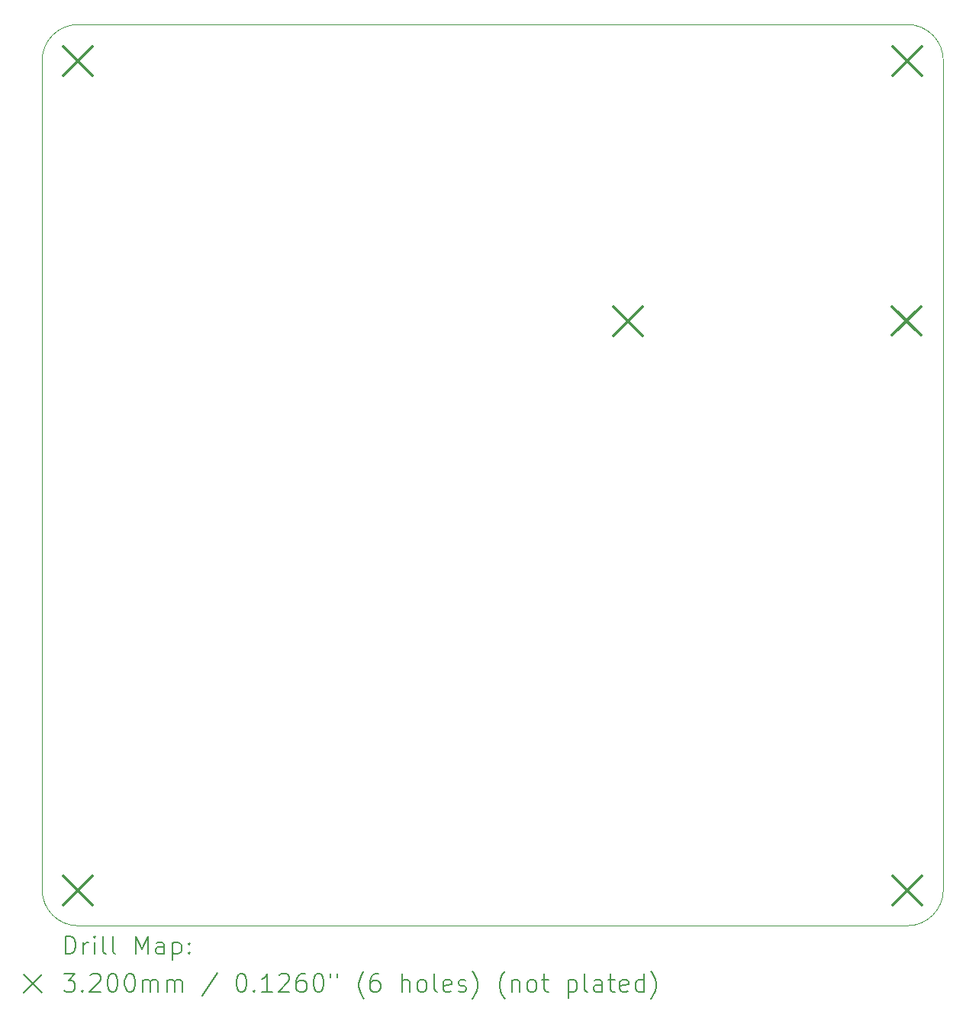
<source format=gbr>
%TF.GenerationSoftware,KiCad,Pcbnew,8.0.8*%
%TF.CreationDate,2025-02-17T18:47:35+01:00*%
%TF.ProjectId,tesi,74657369-2e6b-4696-9361-645f70636258,rev?*%
%TF.SameCoordinates,Original*%
%TF.FileFunction,Drillmap*%
%TF.FilePolarity,Positive*%
%FSLAX45Y45*%
G04 Gerber Fmt 4.5, Leading zero omitted, Abs format (unit mm)*
G04 Created by KiCad (PCBNEW 8.0.8) date 2025-02-17 18:47:35*
%MOMM*%
%LPD*%
G01*
G04 APERTURE LIST*
%ADD10C,0.038100*%
%ADD11C,0.200000*%
%ADD12C,0.320000*%
G04 APERTURE END LIST*
D10*
X5066134Y-12912393D02*
X5066134Y-3712393D01*
X5466134Y-3312393D02*
X14666133Y-3312393D01*
X14666133Y-3312393D02*
G75*
G02*
X15066137Y-3712393I-4J-400007D01*
G01*
X14666133Y-13312393D02*
X5466134Y-13312393D01*
X5066134Y-3712393D02*
G75*
G02*
X5466134Y-3312393I399997J3D01*
G01*
X15066133Y-3712393D02*
X15066133Y-12912393D01*
X15066133Y-12912393D02*
G75*
G02*
X14666133Y-13312393I-400014J13D01*
G01*
X5466134Y-13312393D02*
G75*
G02*
X5066137Y-12912393I-4J399993D01*
G01*
D11*
D12*
X5303974Y-3559893D02*
X5623973Y-3879893D01*
X5623973Y-3559893D02*
X5303974Y-3879893D01*
X5303974Y-12759893D02*
X5623973Y-13079893D01*
X5623973Y-12759893D02*
X5303974Y-13079893D01*
X11405758Y-6444239D02*
X11725758Y-6764239D01*
X11725758Y-6444239D02*
X11405758Y-6764239D01*
X14496336Y-6440000D02*
X14816336Y-6760000D01*
X14816336Y-6440000D02*
X14496336Y-6760000D01*
X14503973Y-3559893D02*
X14823973Y-3879893D01*
X14823973Y-3559893D02*
X14503973Y-3879893D01*
X14503973Y-12759893D02*
X14823973Y-13079893D01*
X14823973Y-12759893D02*
X14503973Y-13079893D01*
D11*
X5325005Y-13625782D02*
X5325005Y-13425782D01*
X5325005Y-13425782D02*
X5372624Y-13425782D01*
X5372624Y-13425782D02*
X5401196Y-13435306D01*
X5401196Y-13435306D02*
X5420243Y-13454353D01*
X5420243Y-13454353D02*
X5429767Y-13473401D01*
X5429767Y-13473401D02*
X5439291Y-13511496D01*
X5439291Y-13511496D02*
X5439291Y-13540068D01*
X5439291Y-13540068D02*
X5429767Y-13578163D01*
X5429767Y-13578163D02*
X5420243Y-13597210D01*
X5420243Y-13597210D02*
X5401196Y-13616258D01*
X5401196Y-13616258D02*
X5372624Y-13625782D01*
X5372624Y-13625782D02*
X5325005Y-13625782D01*
X5525005Y-13625782D02*
X5525005Y-13492449D01*
X5525005Y-13530544D02*
X5534529Y-13511496D01*
X5534529Y-13511496D02*
X5544053Y-13501972D01*
X5544053Y-13501972D02*
X5563101Y-13492449D01*
X5563101Y-13492449D02*
X5582148Y-13492449D01*
X5648815Y-13625782D02*
X5648815Y-13492449D01*
X5648815Y-13425782D02*
X5639291Y-13435306D01*
X5639291Y-13435306D02*
X5648815Y-13444830D01*
X5648815Y-13444830D02*
X5658339Y-13435306D01*
X5658339Y-13435306D02*
X5648815Y-13425782D01*
X5648815Y-13425782D02*
X5648815Y-13444830D01*
X5772624Y-13625782D02*
X5753577Y-13616258D01*
X5753577Y-13616258D02*
X5744053Y-13597210D01*
X5744053Y-13597210D02*
X5744053Y-13425782D01*
X5877386Y-13625782D02*
X5858339Y-13616258D01*
X5858339Y-13616258D02*
X5848815Y-13597210D01*
X5848815Y-13597210D02*
X5848815Y-13425782D01*
X6105958Y-13625782D02*
X6105958Y-13425782D01*
X6105958Y-13425782D02*
X6172624Y-13568639D01*
X6172624Y-13568639D02*
X6239291Y-13425782D01*
X6239291Y-13425782D02*
X6239291Y-13625782D01*
X6420243Y-13625782D02*
X6420243Y-13521020D01*
X6420243Y-13521020D02*
X6410720Y-13501972D01*
X6410720Y-13501972D02*
X6391672Y-13492449D01*
X6391672Y-13492449D02*
X6353577Y-13492449D01*
X6353577Y-13492449D02*
X6334529Y-13501972D01*
X6420243Y-13616258D02*
X6401196Y-13625782D01*
X6401196Y-13625782D02*
X6353577Y-13625782D01*
X6353577Y-13625782D02*
X6334529Y-13616258D01*
X6334529Y-13616258D02*
X6325005Y-13597210D01*
X6325005Y-13597210D02*
X6325005Y-13578163D01*
X6325005Y-13578163D02*
X6334529Y-13559115D01*
X6334529Y-13559115D02*
X6353577Y-13549591D01*
X6353577Y-13549591D02*
X6401196Y-13549591D01*
X6401196Y-13549591D02*
X6420243Y-13540068D01*
X6515481Y-13492449D02*
X6515481Y-13692449D01*
X6515481Y-13501972D02*
X6534529Y-13492449D01*
X6534529Y-13492449D02*
X6572624Y-13492449D01*
X6572624Y-13492449D02*
X6591672Y-13501972D01*
X6591672Y-13501972D02*
X6601196Y-13511496D01*
X6601196Y-13511496D02*
X6610720Y-13530544D01*
X6610720Y-13530544D02*
X6610720Y-13587687D01*
X6610720Y-13587687D02*
X6601196Y-13606734D01*
X6601196Y-13606734D02*
X6591672Y-13616258D01*
X6591672Y-13616258D02*
X6572624Y-13625782D01*
X6572624Y-13625782D02*
X6534529Y-13625782D01*
X6534529Y-13625782D02*
X6515481Y-13616258D01*
X6696434Y-13606734D02*
X6705958Y-13616258D01*
X6705958Y-13616258D02*
X6696434Y-13625782D01*
X6696434Y-13625782D02*
X6686910Y-13616258D01*
X6686910Y-13616258D02*
X6696434Y-13606734D01*
X6696434Y-13606734D02*
X6696434Y-13625782D01*
X6696434Y-13501972D02*
X6705958Y-13511496D01*
X6705958Y-13511496D02*
X6696434Y-13521020D01*
X6696434Y-13521020D02*
X6686910Y-13511496D01*
X6686910Y-13511496D02*
X6696434Y-13501972D01*
X6696434Y-13501972D02*
X6696434Y-13521020D01*
X4864229Y-13854298D02*
X5064229Y-14054298D01*
X5064229Y-13854298D02*
X4864229Y-14054298D01*
X5305958Y-13845782D02*
X5429767Y-13845782D01*
X5429767Y-13845782D02*
X5363101Y-13921972D01*
X5363101Y-13921972D02*
X5391672Y-13921972D01*
X5391672Y-13921972D02*
X5410720Y-13931496D01*
X5410720Y-13931496D02*
X5420243Y-13941020D01*
X5420243Y-13941020D02*
X5429767Y-13960068D01*
X5429767Y-13960068D02*
X5429767Y-14007687D01*
X5429767Y-14007687D02*
X5420243Y-14026734D01*
X5420243Y-14026734D02*
X5410720Y-14036258D01*
X5410720Y-14036258D02*
X5391672Y-14045782D01*
X5391672Y-14045782D02*
X5334529Y-14045782D01*
X5334529Y-14045782D02*
X5315482Y-14036258D01*
X5315482Y-14036258D02*
X5305958Y-14026734D01*
X5515482Y-14026734D02*
X5525005Y-14036258D01*
X5525005Y-14036258D02*
X5515482Y-14045782D01*
X5515482Y-14045782D02*
X5505958Y-14036258D01*
X5505958Y-14036258D02*
X5515482Y-14026734D01*
X5515482Y-14026734D02*
X5515482Y-14045782D01*
X5601196Y-13864830D02*
X5610720Y-13855306D01*
X5610720Y-13855306D02*
X5629767Y-13845782D01*
X5629767Y-13845782D02*
X5677386Y-13845782D01*
X5677386Y-13845782D02*
X5696434Y-13855306D01*
X5696434Y-13855306D02*
X5705958Y-13864830D01*
X5705958Y-13864830D02*
X5715481Y-13883877D01*
X5715481Y-13883877D02*
X5715481Y-13902925D01*
X5715481Y-13902925D02*
X5705958Y-13931496D01*
X5705958Y-13931496D02*
X5591672Y-14045782D01*
X5591672Y-14045782D02*
X5715481Y-14045782D01*
X5839291Y-13845782D02*
X5858339Y-13845782D01*
X5858339Y-13845782D02*
X5877386Y-13855306D01*
X5877386Y-13855306D02*
X5886910Y-13864830D01*
X5886910Y-13864830D02*
X5896434Y-13883877D01*
X5896434Y-13883877D02*
X5905958Y-13921972D01*
X5905958Y-13921972D02*
X5905958Y-13969591D01*
X5905958Y-13969591D02*
X5896434Y-14007687D01*
X5896434Y-14007687D02*
X5886910Y-14026734D01*
X5886910Y-14026734D02*
X5877386Y-14036258D01*
X5877386Y-14036258D02*
X5858339Y-14045782D01*
X5858339Y-14045782D02*
X5839291Y-14045782D01*
X5839291Y-14045782D02*
X5820243Y-14036258D01*
X5820243Y-14036258D02*
X5810720Y-14026734D01*
X5810720Y-14026734D02*
X5801196Y-14007687D01*
X5801196Y-14007687D02*
X5791672Y-13969591D01*
X5791672Y-13969591D02*
X5791672Y-13921972D01*
X5791672Y-13921972D02*
X5801196Y-13883877D01*
X5801196Y-13883877D02*
X5810720Y-13864830D01*
X5810720Y-13864830D02*
X5820243Y-13855306D01*
X5820243Y-13855306D02*
X5839291Y-13845782D01*
X6029767Y-13845782D02*
X6048815Y-13845782D01*
X6048815Y-13845782D02*
X6067862Y-13855306D01*
X6067862Y-13855306D02*
X6077386Y-13864830D01*
X6077386Y-13864830D02*
X6086910Y-13883877D01*
X6086910Y-13883877D02*
X6096434Y-13921972D01*
X6096434Y-13921972D02*
X6096434Y-13969591D01*
X6096434Y-13969591D02*
X6086910Y-14007687D01*
X6086910Y-14007687D02*
X6077386Y-14026734D01*
X6077386Y-14026734D02*
X6067862Y-14036258D01*
X6067862Y-14036258D02*
X6048815Y-14045782D01*
X6048815Y-14045782D02*
X6029767Y-14045782D01*
X6029767Y-14045782D02*
X6010720Y-14036258D01*
X6010720Y-14036258D02*
X6001196Y-14026734D01*
X6001196Y-14026734D02*
X5991672Y-14007687D01*
X5991672Y-14007687D02*
X5982148Y-13969591D01*
X5982148Y-13969591D02*
X5982148Y-13921972D01*
X5982148Y-13921972D02*
X5991672Y-13883877D01*
X5991672Y-13883877D02*
X6001196Y-13864830D01*
X6001196Y-13864830D02*
X6010720Y-13855306D01*
X6010720Y-13855306D02*
X6029767Y-13845782D01*
X6182148Y-14045782D02*
X6182148Y-13912449D01*
X6182148Y-13931496D02*
X6191672Y-13921972D01*
X6191672Y-13921972D02*
X6210720Y-13912449D01*
X6210720Y-13912449D02*
X6239291Y-13912449D01*
X6239291Y-13912449D02*
X6258339Y-13921972D01*
X6258339Y-13921972D02*
X6267862Y-13941020D01*
X6267862Y-13941020D02*
X6267862Y-14045782D01*
X6267862Y-13941020D02*
X6277386Y-13921972D01*
X6277386Y-13921972D02*
X6296434Y-13912449D01*
X6296434Y-13912449D02*
X6325005Y-13912449D01*
X6325005Y-13912449D02*
X6344053Y-13921972D01*
X6344053Y-13921972D02*
X6353577Y-13941020D01*
X6353577Y-13941020D02*
X6353577Y-14045782D01*
X6448815Y-14045782D02*
X6448815Y-13912449D01*
X6448815Y-13931496D02*
X6458339Y-13921972D01*
X6458339Y-13921972D02*
X6477386Y-13912449D01*
X6477386Y-13912449D02*
X6505958Y-13912449D01*
X6505958Y-13912449D02*
X6525005Y-13921972D01*
X6525005Y-13921972D02*
X6534529Y-13941020D01*
X6534529Y-13941020D02*
X6534529Y-14045782D01*
X6534529Y-13941020D02*
X6544053Y-13921972D01*
X6544053Y-13921972D02*
X6563101Y-13912449D01*
X6563101Y-13912449D02*
X6591672Y-13912449D01*
X6591672Y-13912449D02*
X6610720Y-13921972D01*
X6610720Y-13921972D02*
X6620243Y-13941020D01*
X6620243Y-13941020D02*
X6620243Y-14045782D01*
X7010720Y-13836258D02*
X6839291Y-14093401D01*
X7267863Y-13845782D02*
X7286910Y-13845782D01*
X7286910Y-13845782D02*
X7305958Y-13855306D01*
X7305958Y-13855306D02*
X7315482Y-13864830D01*
X7315482Y-13864830D02*
X7325005Y-13883877D01*
X7325005Y-13883877D02*
X7334529Y-13921972D01*
X7334529Y-13921972D02*
X7334529Y-13969591D01*
X7334529Y-13969591D02*
X7325005Y-14007687D01*
X7325005Y-14007687D02*
X7315482Y-14026734D01*
X7315482Y-14026734D02*
X7305958Y-14036258D01*
X7305958Y-14036258D02*
X7286910Y-14045782D01*
X7286910Y-14045782D02*
X7267863Y-14045782D01*
X7267863Y-14045782D02*
X7248815Y-14036258D01*
X7248815Y-14036258D02*
X7239291Y-14026734D01*
X7239291Y-14026734D02*
X7229767Y-14007687D01*
X7229767Y-14007687D02*
X7220244Y-13969591D01*
X7220244Y-13969591D02*
X7220244Y-13921972D01*
X7220244Y-13921972D02*
X7229767Y-13883877D01*
X7229767Y-13883877D02*
X7239291Y-13864830D01*
X7239291Y-13864830D02*
X7248815Y-13855306D01*
X7248815Y-13855306D02*
X7267863Y-13845782D01*
X7420244Y-14026734D02*
X7429767Y-14036258D01*
X7429767Y-14036258D02*
X7420244Y-14045782D01*
X7420244Y-14045782D02*
X7410720Y-14036258D01*
X7410720Y-14036258D02*
X7420244Y-14026734D01*
X7420244Y-14026734D02*
X7420244Y-14045782D01*
X7620244Y-14045782D02*
X7505958Y-14045782D01*
X7563101Y-14045782D02*
X7563101Y-13845782D01*
X7563101Y-13845782D02*
X7544053Y-13874353D01*
X7544053Y-13874353D02*
X7525005Y-13893401D01*
X7525005Y-13893401D02*
X7505958Y-13902925D01*
X7696434Y-13864830D02*
X7705958Y-13855306D01*
X7705958Y-13855306D02*
X7725005Y-13845782D01*
X7725005Y-13845782D02*
X7772625Y-13845782D01*
X7772625Y-13845782D02*
X7791672Y-13855306D01*
X7791672Y-13855306D02*
X7801196Y-13864830D01*
X7801196Y-13864830D02*
X7810720Y-13883877D01*
X7810720Y-13883877D02*
X7810720Y-13902925D01*
X7810720Y-13902925D02*
X7801196Y-13931496D01*
X7801196Y-13931496D02*
X7686910Y-14045782D01*
X7686910Y-14045782D02*
X7810720Y-14045782D01*
X7982148Y-13845782D02*
X7944053Y-13845782D01*
X7944053Y-13845782D02*
X7925005Y-13855306D01*
X7925005Y-13855306D02*
X7915482Y-13864830D01*
X7915482Y-13864830D02*
X7896434Y-13893401D01*
X7896434Y-13893401D02*
X7886910Y-13931496D01*
X7886910Y-13931496D02*
X7886910Y-14007687D01*
X7886910Y-14007687D02*
X7896434Y-14026734D01*
X7896434Y-14026734D02*
X7905958Y-14036258D01*
X7905958Y-14036258D02*
X7925005Y-14045782D01*
X7925005Y-14045782D02*
X7963101Y-14045782D01*
X7963101Y-14045782D02*
X7982148Y-14036258D01*
X7982148Y-14036258D02*
X7991672Y-14026734D01*
X7991672Y-14026734D02*
X8001196Y-14007687D01*
X8001196Y-14007687D02*
X8001196Y-13960068D01*
X8001196Y-13960068D02*
X7991672Y-13941020D01*
X7991672Y-13941020D02*
X7982148Y-13931496D01*
X7982148Y-13931496D02*
X7963101Y-13921972D01*
X7963101Y-13921972D02*
X7925005Y-13921972D01*
X7925005Y-13921972D02*
X7905958Y-13931496D01*
X7905958Y-13931496D02*
X7896434Y-13941020D01*
X7896434Y-13941020D02*
X7886910Y-13960068D01*
X8125005Y-13845782D02*
X8144053Y-13845782D01*
X8144053Y-13845782D02*
X8163101Y-13855306D01*
X8163101Y-13855306D02*
X8172625Y-13864830D01*
X8172625Y-13864830D02*
X8182148Y-13883877D01*
X8182148Y-13883877D02*
X8191672Y-13921972D01*
X8191672Y-13921972D02*
X8191672Y-13969591D01*
X8191672Y-13969591D02*
X8182148Y-14007687D01*
X8182148Y-14007687D02*
X8172625Y-14026734D01*
X8172625Y-14026734D02*
X8163101Y-14036258D01*
X8163101Y-14036258D02*
X8144053Y-14045782D01*
X8144053Y-14045782D02*
X8125005Y-14045782D01*
X8125005Y-14045782D02*
X8105958Y-14036258D01*
X8105958Y-14036258D02*
X8096434Y-14026734D01*
X8096434Y-14026734D02*
X8086910Y-14007687D01*
X8086910Y-14007687D02*
X8077386Y-13969591D01*
X8077386Y-13969591D02*
X8077386Y-13921972D01*
X8077386Y-13921972D02*
X8086910Y-13883877D01*
X8086910Y-13883877D02*
X8096434Y-13864830D01*
X8096434Y-13864830D02*
X8105958Y-13855306D01*
X8105958Y-13855306D02*
X8125005Y-13845782D01*
X8267863Y-13845782D02*
X8267863Y-13883877D01*
X8344053Y-13845782D02*
X8344053Y-13883877D01*
X8639291Y-14121972D02*
X8629768Y-14112449D01*
X8629768Y-14112449D02*
X8610720Y-14083877D01*
X8610720Y-14083877D02*
X8601196Y-14064830D01*
X8601196Y-14064830D02*
X8591672Y-14036258D01*
X8591672Y-14036258D02*
X8582149Y-13988639D01*
X8582149Y-13988639D02*
X8582149Y-13950544D01*
X8582149Y-13950544D02*
X8591672Y-13902925D01*
X8591672Y-13902925D02*
X8601196Y-13874353D01*
X8601196Y-13874353D02*
X8610720Y-13855306D01*
X8610720Y-13855306D02*
X8629768Y-13826734D01*
X8629768Y-13826734D02*
X8639291Y-13817210D01*
X8801196Y-13845782D02*
X8763101Y-13845782D01*
X8763101Y-13845782D02*
X8744053Y-13855306D01*
X8744053Y-13855306D02*
X8734529Y-13864830D01*
X8734529Y-13864830D02*
X8715482Y-13893401D01*
X8715482Y-13893401D02*
X8705958Y-13931496D01*
X8705958Y-13931496D02*
X8705958Y-14007687D01*
X8705958Y-14007687D02*
X8715482Y-14026734D01*
X8715482Y-14026734D02*
X8725006Y-14036258D01*
X8725006Y-14036258D02*
X8744053Y-14045782D01*
X8744053Y-14045782D02*
X8782149Y-14045782D01*
X8782149Y-14045782D02*
X8801196Y-14036258D01*
X8801196Y-14036258D02*
X8810720Y-14026734D01*
X8810720Y-14026734D02*
X8820244Y-14007687D01*
X8820244Y-14007687D02*
X8820244Y-13960068D01*
X8820244Y-13960068D02*
X8810720Y-13941020D01*
X8810720Y-13941020D02*
X8801196Y-13931496D01*
X8801196Y-13931496D02*
X8782149Y-13921972D01*
X8782149Y-13921972D02*
X8744053Y-13921972D01*
X8744053Y-13921972D02*
X8725006Y-13931496D01*
X8725006Y-13931496D02*
X8715482Y-13941020D01*
X8715482Y-13941020D02*
X8705958Y-13960068D01*
X9058339Y-14045782D02*
X9058339Y-13845782D01*
X9144053Y-14045782D02*
X9144053Y-13941020D01*
X9144053Y-13941020D02*
X9134530Y-13921972D01*
X9134530Y-13921972D02*
X9115482Y-13912449D01*
X9115482Y-13912449D02*
X9086910Y-13912449D01*
X9086910Y-13912449D02*
X9067863Y-13921972D01*
X9067863Y-13921972D02*
X9058339Y-13931496D01*
X9267863Y-14045782D02*
X9248815Y-14036258D01*
X9248815Y-14036258D02*
X9239291Y-14026734D01*
X9239291Y-14026734D02*
X9229768Y-14007687D01*
X9229768Y-14007687D02*
X9229768Y-13950544D01*
X9229768Y-13950544D02*
X9239291Y-13931496D01*
X9239291Y-13931496D02*
X9248815Y-13921972D01*
X9248815Y-13921972D02*
X9267863Y-13912449D01*
X9267863Y-13912449D02*
X9296434Y-13912449D01*
X9296434Y-13912449D02*
X9315482Y-13921972D01*
X9315482Y-13921972D02*
X9325006Y-13931496D01*
X9325006Y-13931496D02*
X9334530Y-13950544D01*
X9334530Y-13950544D02*
X9334530Y-14007687D01*
X9334530Y-14007687D02*
X9325006Y-14026734D01*
X9325006Y-14026734D02*
X9315482Y-14036258D01*
X9315482Y-14036258D02*
X9296434Y-14045782D01*
X9296434Y-14045782D02*
X9267863Y-14045782D01*
X9448815Y-14045782D02*
X9429768Y-14036258D01*
X9429768Y-14036258D02*
X9420244Y-14017210D01*
X9420244Y-14017210D02*
X9420244Y-13845782D01*
X9601196Y-14036258D02*
X9582149Y-14045782D01*
X9582149Y-14045782D02*
X9544053Y-14045782D01*
X9544053Y-14045782D02*
X9525006Y-14036258D01*
X9525006Y-14036258D02*
X9515482Y-14017210D01*
X9515482Y-14017210D02*
X9515482Y-13941020D01*
X9515482Y-13941020D02*
X9525006Y-13921972D01*
X9525006Y-13921972D02*
X9544053Y-13912449D01*
X9544053Y-13912449D02*
X9582149Y-13912449D01*
X9582149Y-13912449D02*
X9601196Y-13921972D01*
X9601196Y-13921972D02*
X9610720Y-13941020D01*
X9610720Y-13941020D02*
X9610720Y-13960068D01*
X9610720Y-13960068D02*
X9515482Y-13979115D01*
X9686911Y-14036258D02*
X9705958Y-14045782D01*
X9705958Y-14045782D02*
X9744053Y-14045782D01*
X9744053Y-14045782D02*
X9763101Y-14036258D01*
X9763101Y-14036258D02*
X9772625Y-14017210D01*
X9772625Y-14017210D02*
X9772625Y-14007687D01*
X9772625Y-14007687D02*
X9763101Y-13988639D01*
X9763101Y-13988639D02*
X9744053Y-13979115D01*
X9744053Y-13979115D02*
X9715482Y-13979115D01*
X9715482Y-13979115D02*
X9696434Y-13969591D01*
X9696434Y-13969591D02*
X9686911Y-13950544D01*
X9686911Y-13950544D02*
X9686911Y-13941020D01*
X9686911Y-13941020D02*
X9696434Y-13921972D01*
X9696434Y-13921972D02*
X9715482Y-13912449D01*
X9715482Y-13912449D02*
X9744053Y-13912449D01*
X9744053Y-13912449D02*
X9763101Y-13921972D01*
X9839292Y-14121972D02*
X9848815Y-14112449D01*
X9848815Y-14112449D02*
X9867863Y-14083877D01*
X9867863Y-14083877D02*
X9877387Y-14064830D01*
X9877387Y-14064830D02*
X9886911Y-14036258D01*
X9886911Y-14036258D02*
X9896434Y-13988639D01*
X9896434Y-13988639D02*
X9896434Y-13950544D01*
X9896434Y-13950544D02*
X9886911Y-13902925D01*
X9886911Y-13902925D02*
X9877387Y-13874353D01*
X9877387Y-13874353D02*
X9867863Y-13855306D01*
X9867863Y-13855306D02*
X9848815Y-13826734D01*
X9848815Y-13826734D02*
X9839292Y-13817210D01*
X10201196Y-14121972D02*
X10191672Y-14112449D01*
X10191672Y-14112449D02*
X10172625Y-14083877D01*
X10172625Y-14083877D02*
X10163101Y-14064830D01*
X10163101Y-14064830D02*
X10153577Y-14036258D01*
X10153577Y-14036258D02*
X10144053Y-13988639D01*
X10144053Y-13988639D02*
X10144053Y-13950544D01*
X10144053Y-13950544D02*
X10153577Y-13902925D01*
X10153577Y-13902925D02*
X10163101Y-13874353D01*
X10163101Y-13874353D02*
X10172625Y-13855306D01*
X10172625Y-13855306D02*
X10191672Y-13826734D01*
X10191672Y-13826734D02*
X10201196Y-13817210D01*
X10277387Y-13912449D02*
X10277387Y-14045782D01*
X10277387Y-13931496D02*
X10286911Y-13921972D01*
X10286911Y-13921972D02*
X10305958Y-13912449D01*
X10305958Y-13912449D02*
X10334530Y-13912449D01*
X10334530Y-13912449D02*
X10353577Y-13921972D01*
X10353577Y-13921972D02*
X10363101Y-13941020D01*
X10363101Y-13941020D02*
X10363101Y-14045782D01*
X10486911Y-14045782D02*
X10467863Y-14036258D01*
X10467863Y-14036258D02*
X10458339Y-14026734D01*
X10458339Y-14026734D02*
X10448815Y-14007687D01*
X10448815Y-14007687D02*
X10448815Y-13950544D01*
X10448815Y-13950544D02*
X10458339Y-13931496D01*
X10458339Y-13931496D02*
X10467863Y-13921972D01*
X10467863Y-13921972D02*
X10486911Y-13912449D01*
X10486911Y-13912449D02*
X10515482Y-13912449D01*
X10515482Y-13912449D02*
X10534530Y-13921972D01*
X10534530Y-13921972D02*
X10544053Y-13931496D01*
X10544053Y-13931496D02*
X10553577Y-13950544D01*
X10553577Y-13950544D02*
X10553577Y-14007687D01*
X10553577Y-14007687D02*
X10544053Y-14026734D01*
X10544053Y-14026734D02*
X10534530Y-14036258D01*
X10534530Y-14036258D02*
X10515482Y-14045782D01*
X10515482Y-14045782D02*
X10486911Y-14045782D01*
X10610720Y-13912449D02*
X10686911Y-13912449D01*
X10639292Y-13845782D02*
X10639292Y-14017210D01*
X10639292Y-14017210D02*
X10648815Y-14036258D01*
X10648815Y-14036258D02*
X10667863Y-14045782D01*
X10667863Y-14045782D02*
X10686911Y-14045782D01*
X10905958Y-13912449D02*
X10905958Y-14112449D01*
X10905958Y-13921972D02*
X10925006Y-13912449D01*
X10925006Y-13912449D02*
X10963101Y-13912449D01*
X10963101Y-13912449D02*
X10982149Y-13921972D01*
X10982149Y-13921972D02*
X10991673Y-13931496D01*
X10991673Y-13931496D02*
X11001196Y-13950544D01*
X11001196Y-13950544D02*
X11001196Y-14007687D01*
X11001196Y-14007687D02*
X10991673Y-14026734D01*
X10991673Y-14026734D02*
X10982149Y-14036258D01*
X10982149Y-14036258D02*
X10963101Y-14045782D01*
X10963101Y-14045782D02*
X10925006Y-14045782D01*
X10925006Y-14045782D02*
X10905958Y-14036258D01*
X11115482Y-14045782D02*
X11096434Y-14036258D01*
X11096434Y-14036258D02*
X11086911Y-14017210D01*
X11086911Y-14017210D02*
X11086911Y-13845782D01*
X11277387Y-14045782D02*
X11277387Y-13941020D01*
X11277387Y-13941020D02*
X11267863Y-13921972D01*
X11267863Y-13921972D02*
X11248815Y-13912449D01*
X11248815Y-13912449D02*
X11210720Y-13912449D01*
X11210720Y-13912449D02*
X11191672Y-13921972D01*
X11277387Y-14036258D02*
X11258339Y-14045782D01*
X11258339Y-14045782D02*
X11210720Y-14045782D01*
X11210720Y-14045782D02*
X11191672Y-14036258D01*
X11191672Y-14036258D02*
X11182149Y-14017210D01*
X11182149Y-14017210D02*
X11182149Y-13998163D01*
X11182149Y-13998163D02*
X11191672Y-13979115D01*
X11191672Y-13979115D02*
X11210720Y-13969591D01*
X11210720Y-13969591D02*
X11258339Y-13969591D01*
X11258339Y-13969591D02*
X11277387Y-13960068D01*
X11344053Y-13912449D02*
X11420244Y-13912449D01*
X11372625Y-13845782D02*
X11372625Y-14017210D01*
X11372625Y-14017210D02*
X11382149Y-14036258D01*
X11382149Y-14036258D02*
X11401196Y-14045782D01*
X11401196Y-14045782D02*
X11420244Y-14045782D01*
X11563101Y-14036258D02*
X11544053Y-14045782D01*
X11544053Y-14045782D02*
X11505958Y-14045782D01*
X11505958Y-14045782D02*
X11486911Y-14036258D01*
X11486911Y-14036258D02*
X11477387Y-14017210D01*
X11477387Y-14017210D02*
X11477387Y-13941020D01*
X11477387Y-13941020D02*
X11486911Y-13921972D01*
X11486911Y-13921972D02*
X11505958Y-13912449D01*
X11505958Y-13912449D02*
X11544053Y-13912449D01*
X11544053Y-13912449D02*
X11563101Y-13921972D01*
X11563101Y-13921972D02*
X11572625Y-13941020D01*
X11572625Y-13941020D02*
X11572625Y-13960068D01*
X11572625Y-13960068D02*
X11477387Y-13979115D01*
X11744053Y-14045782D02*
X11744053Y-13845782D01*
X11744053Y-14036258D02*
X11725006Y-14045782D01*
X11725006Y-14045782D02*
X11686911Y-14045782D01*
X11686911Y-14045782D02*
X11667863Y-14036258D01*
X11667863Y-14036258D02*
X11658339Y-14026734D01*
X11658339Y-14026734D02*
X11648815Y-14007687D01*
X11648815Y-14007687D02*
X11648815Y-13950544D01*
X11648815Y-13950544D02*
X11658339Y-13931496D01*
X11658339Y-13931496D02*
X11667863Y-13921972D01*
X11667863Y-13921972D02*
X11686911Y-13912449D01*
X11686911Y-13912449D02*
X11725006Y-13912449D01*
X11725006Y-13912449D02*
X11744053Y-13921972D01*
X11820244Y-14121972D02*
X11829768Y-14112449D01*
X11829768Y-14112449D02*
X11848815Y-14083877D01*
X11848815Y-14083877D02*
X11858339Y-14064830D01*
X11858339Y-14064830D02*
X11867863Y-14036258D01*
X11867863Y-14036258D02*
X11877387Y-13988639D01*
X11877387Y-13988639D02*
X11877387Y-13950544D01*
X11877387Y-13950544D02*
X11867863Y-13902925D01*
X11867863Y-13902925D02*
X11858339Y-13874353D01*
X11858339Y-13874353D02*
X11848815Y-13855306D01*
X11848815Y-13855306D02*
X11829768Y-13826734D01*
X11829768Y-13826734D02*
X11820244Y-13817210D01*
M02*

</source>
